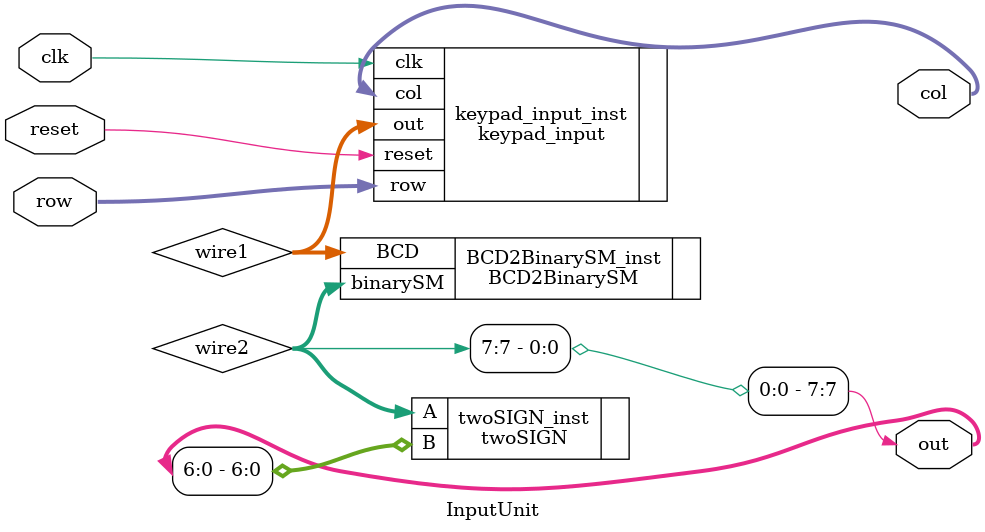
<source format=v>
module InputUnit 
(
   input clk,
	input reset,
	input [3:0] row,
	output [3:0] col,
	output [7:0] out
);

   wire [15:0] wire1;
	
	wire [7:0] wire2;
	
	keypad_input keypad_input_inst
	(
	    .clk(clk),
		 .reset(reset),
		 .row(row),
		 .col(col),
		 .out(wire1)
	);
		 
	
	BCD2BinarySM BCD2BinarySM_inst
	(
	      .BCD(wire1),
			.binarySM(wire2)
	);
	
	assign out[7] = wire2[7]; 
	
	twoSIGN twoSIGN_inst
	(
	     .A(wire2),
		  .B(out[6:0])
	);
	
endmodule
      
</source>
